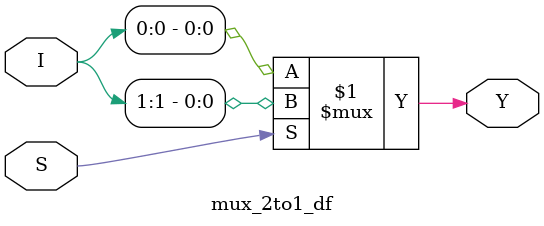
<source format=v>
module mux_2to1_df(Y,I,S); //Dataflow style used typically when boolean expression is known

input [1:0]I; //two bit input
input S; //one selector bit

output Y; //one output

assign Y = S?I[1]:I[0]; //Here we are using a conditional statement ("?") in order to check if S is true or false (1 or 0). . .
                        //then using that to select which input to pass to Y. IF S = 1 then Y = I[1], IF S = 0 then Y = I[0] 


endmodule
</source>
